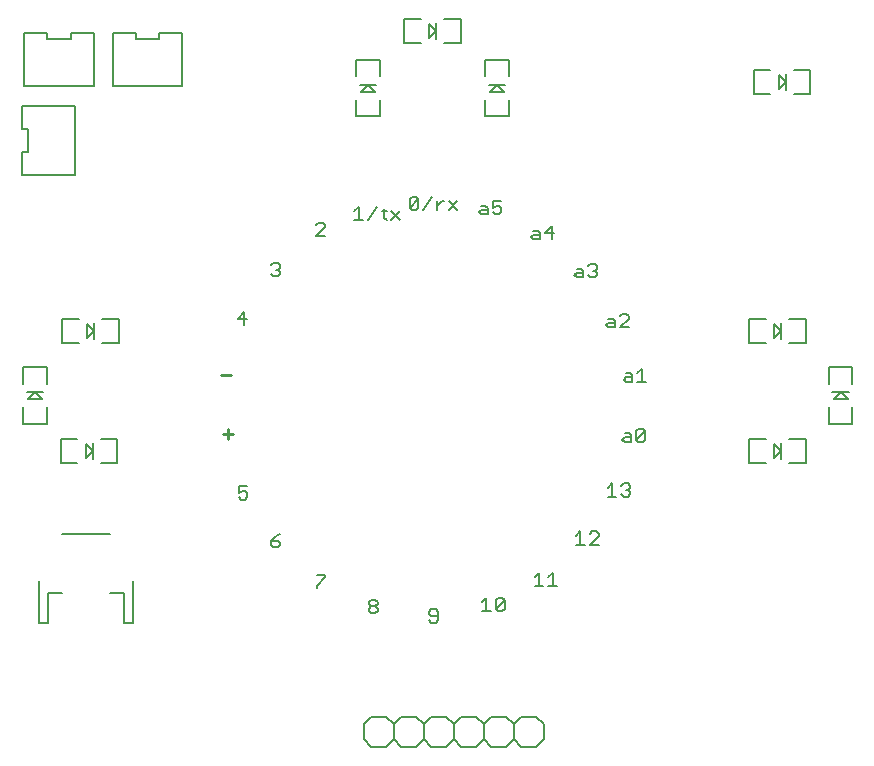
<source format=gto>
G75*
%MOIN*%
%OFA0B0*%
%FSLAX25Y25*%
%IPPOS*%
%LPD*%
%AMOC8*
5,1,8,0,0,1.08239X$1,22.5*
%
%ADD10C,0.00600*%
%ADD11C,0.00900*%
%ADD12C,0.00800*%
D10*
X0191328Y0169294D02*
X0192062Y0168560D01*
X0193529Y0168560D01*
X0194263Y0169294D01*
X0194263Y0170028D01*
X0193529Y0170762D01*
X0191328Y0170762D01*
X0191328Y0169294D01*
X0191328Y0170762D02*
X0192795Y0172230D01*
X0194263Y0172964D01*
X0182624Y0184422D02*
X0181156Y0184422D01*
X0180422Y0185156D01*
X0180422Y0186624D02*
X0181890Y0187358D01*
X0182624Y0187358D01*
X0183358Y0186624D01*
X0183358Y0185156D01*
X0182624Y0184422D01*
X0180422Y0186624D02*
X0180422Y0188826D01*
X0183358Y0188826D01*
X0206446Y0159302D02*
X0209382Y0159302D01*
X0209382Y0158568D01*
X0206446Y0155632D01*
X0206446Y0154898D01*
X0223887Y0150301D02*
X0223887Y0149567D01*
X0224621Y0148833D01*
X0226088Y0148833D01*
X0226822Y0148099D01*
X0226822Y0147365D01*
X0226088Y0146631D01*
X0224621Y0146631D01*
X0223887Y0147365D01*
X0223887Y0148099D01*
X0224621Y0148833D01*
X0226088Y0148833D02*
X0226822Y0149567D01*
X0226822Y0150301D01*
X0226088Y0151034D01*
X0224621Y0151034D01*
X0223887Y0150301D01*
X0243965Y0147112D02*
X0243965Y0146378D01*
X0244699Y0145644D01*
X0246901Y0145644D01*
X0246901Y0144176D02*
X0246901Y0147112D01*
X0246167Y0147845D01*
X0244699Y0147845D01*
X0243965Y0147112D01*
X0243965Y0144176D02*
X0244699Y0143442D01*
X0246167Y0143442D01*
X0246901Y0144176D01*
X0261603Y0147339D02*
X0264539Y0147339D01*
X0263071Y0147339D02*
X0263071Y0151743D01*
X0261603Y0150275D01*
X0266207Y0151009D02*
X0266207Y0148073D01*
X0269143Y0151009D01*
X0269143Y0148073D01*
X0268409Y0147339D01*
X0266941Y0147339D01*
X0266207Y0148073D01*
X0266207Y0151009D02*
X0266941Y0151743D01*
X0268409Y0151743D01*
X0269143Y0151009D01*
X0279123Y0155725D02*
X0282059Y0155725D01*
X0280591Y0155725D02*
X0280591Y0160129D01*
X0279123Y0158661D01*
X0283727Y0158661D02*
X0285195Y0160129D01*
X0285195Y0155725D01*
X0283727Y0155725D02*
X0286663Y0155725D01*
X0292902Y0169426D02*
X0295838Y0169426D01*
X0294370Y0169426D02*
X0294370Y0173830D01*
X0292902Y0172362D01*
X0297506Y0173096D02*
X0298240Y0173830D01*
X0299708Y0173830D01*
X0300442Y0173096D01*
X0300442Y0172362D01*
X0297506Y0169426D01*
X0300442Y0169426D01*
X0303422Y0185422D02*
X0306358Y0185422D01*
X0304890Y0185422D02*
X0304890Y0189826D01*
X0303422Y0188358D01*
X0308026Y0189092D02*
X0308760Y0189826D01*
X0310228Y0189826D01*
X0310962Y0189092D01*
X0310962Y0188358D01*
X0310228Y0187624D01*
X0310962Y0186890D01*
X0310962Y0186156D01*
X0310228Y0185422D01*
X0308760Y0185422D01*
X0308026Y0186156D01*
X0309494Y0187624D02*
X0310228Y0187624D01*
X0309148Y0203678D02*
X0308414Y0204412D01*
X0309148Y0205146D01*
X0311350Y0205146D01*
X0311350Y0205880D02*
X0311350Y0203678D01*
X0309148Y0203678D01*
X0309148Y0206614D02*
X0310616Y0206614D01*
X0311350Y0205880D01*
X0313018Y0207348D02*
X0313752Y0208082D01*
X0315220Y0208082D01*
X0315954Y0207348D01*
X0313018Y0204412D01*
X0313752Y0203678D01*
X0315220Y0203678D01*
X0315954Y0204412D01*
X0315954Y0207348D01*
X0313018Y0207348D02*
X0313018Y0204412D01*
X0313412Y0223717D02*
X0316348Y0223717D01*
X0314880Y0223717D02*
X0314880Y0228121D01*
X0313412Y0226653D01*
X0311744Y0225919D02*
X0311744Y0223717D01*
X0309542Y0223717D01*
X0308808Y0224451D01*
X0309542Y0225185D01*
X0311744Y0225185D01*
X0311744Y0225919D02*
X0311010Y0226653D01*
X0309542Y0226653D01*
X0310481Y0241828D02*
X0307546Y0241828D01*
X0310481Y0244763D01*
X0310481Y0245497D01*
X0309748Y0246231D01*
X0308280Y0246231D01*
X0307546Y0245497D01*
X0305878Y0244029D02*
X0305144Y0244763D01*
X0303676Y0244763D01*
X0303676Y0243295D02*
X0305878Y0243295D01*
X0305878Y0244029D02*
X0305878Y0241828D01*
X0303676Y0241828D01*
X0302942Y0242562D01*
X0303676Y0243295D01*
X0299196Y0258520D02*
X0297728Y0258520D01*
X0296994Y0259254D01*
X0295326Y0258520D02*
X0295326Y0260722D01*
X0294592Y0261456D01*
X0293125Y0261456D01*
X0293125Y0259988D02*
X0295326Y0259988D01*
X0295326Y0258520D02*
X0293125Y0258520D01*
X0292391Y0259254D01*
X0293125Y0259988D01*
X0296994Y0262190D02*
X0297728Y0262924D01*
X0299196Y0262924D01*
X0299930Y0262190D01*
X0299930Y0261456D01*
X0299196Y0260722D01*
X0299930Y0259988D01*
X0299930Y0259254D01*
X0299196Y0258520D01*
X0299196Y0260722D02*
X0298462Y0260722D01*
X0284787Y0271198D02*
X0284787Y0275601D01*
X0282585Y0273400D01*
X0285521Y0273400D01*
X0280917Y0273400D02*
X0280917Y0271198D01*
X0278715Y0271198D01*
X0277981Y0271932D01*
X0278715Y0272666D01*
X0280917Y0272666D01*
X0280917Y0273400D02*
X0280183Y0274133D01*
X0278715Y0274133D01*
X0268080Y0280239D02*
X0267346Y0279505D01*
X0265878Y0279505D01*
X0265144Y0280239D01*
X0265144Y0281707D02*
X0266612Y0282441D01*
X0267346Y0282441D01*
X0268080Y0281707D01*
X0268080Y0280239D01*
X0265144Y0281707D02*
X0265144Y0283908D01*
X0268080Y0283908D01*
X0263476Y0281707D02*
X0263476Y0279505D01*
X0261274Y0279505D01*
X0260540Y0280239D01*
X0261274Y0280973D01*
X0263476Y0280973D01*
X0263476Y0281707D02*
X0262742Y0282441D01*
X0261274Y0282441D01*
X0253402Y0283858D02*
X0250466Y0280922D01*
X0250466Y0283858D02*
X0253402Y0280922D01*
X0248832Y0283858D02*
X0248098Y0283858D01*
X0246630Y0282390D01*
X0246630Y0280922D02*
X0246630Y0283858D01*
X0244962Y0285326D02*
X0242026Y0280922D01*
X0240358Y0281656D02*
X0239624Y0280922D01*
X0238156Y0280922D01*
X0237422Y0281656D01*
X0240358Y0284592D01*
X0240358Y0281656D01*
X0240358Y0284592D02*
X0239624Y0285326D01*
X0238156Y0285326D01*
X0237422Y0284592D01*
X0237422Y0281656D01*
X0234296Y0280630D02*
X0231361Y0277694D01*
X0229759Y0277694D02*
X0229025Y0278428D01*
X0229025Y0281363D01*
X0228291Y0280630D02*
X0229759Y0280630D01*
X0231361Y0280630D02*
X0234296Y0277694D01*
X0226623Y0282097D02*
X0223687Y0277694D01*
X0222019Y0277694D02*
X0219083Y0277694D01*
X0220551Y0277694D02*
X0220551Y0282097D01*
X0219083Y0280630D01*
X0209224Y0275891D02*
X0208490Y0276625D01*
X0207022Y0276625D01*
X0206288Y0275891D01*
X0209224Y0275891D02*
X0209224Y0275157D01*
X0206288Y0272221D01*
X0209224Y0272221D01*
X0194263Y0262505D02*
X0194263Y0261771D01*
X0193529Y0261037D01*
X0194263Y0260303D01*
X0194263Y0259569D01*
X0193529Y0258835D01*
X0192062Y0258835D01*
X0191328Y0259569D01*
X0192795Y0261037D02*
X0193529Y0261037D01*
X0194263Y0262505D02*
X0193529Y0263239D01*
X0192062Y0263239D01*
X0191328Y0262505D01*
X0182388Y0246901D02*
X0180186Y0244699D01*
X0183122Y0244699D01*
X0182388Y0242497D02*
X0182388Y0246901D01*
D11*
X0177975Y0226124D02*
X0174572Y0226124D01*
X0176840Y0207963D02*
X0176840Y0204561D01*
X0175139Y0206262D02*
X0178542Y0206262D01*
D12*
X0117024Y0143406D02*
X0113874Y0143406D01*
X0113874Y0157185D01*
X0117024Y0153248D02*
X0121748Y0153248D01*
X0117024Y0153248D02*
X0117024Y0143406D01*
X0137496Y0153248D02*
X0142220Y0153248D01*
X0142220Y0143406D01*
X0145370Y0143406D01*
X0145370Y0157185D01*
X0137496Y0172933D02*
X0121748Y0172933D01*
X0121173Y0196685D02*
X0126685Y0196685D01*
X0129441Y0198260D02*
X0131803Y0200622D01*
X0129441Y0202984D01*
X0129441Y0198260D01*
X0131803Y0197866D02*
X0131803Y0200622D01*
X0131803Y0203378D01*
X0134559Y0204559D02*
X0140071Y0204559D01*
X0140071Y0196685D01*
X0134559Y0196685D01*
X0126685Y0204559D02*
X0121173Y0204559D01*
X0121173Y0196685D01*
X0116559Y0209673D02*
X0108685Y0209673D01*
X0108685Y0215185D01*
X0110260Y0217941D02*
X0114984Y0217941D01*
X0112622Y0220303D01*
X0110260Y0217941D01*
X0109866Y0220303D02*
X0112622Y0220303D01*
X0115378Y0220303D01*
X0116559Y0223059D02*
X0116559Y0228571D01*
X0108685Y0228571D01*
X0108685Y0223059D01*
X0116559Y0215185D02*
X0116559Y0209673D01*
X0121673Y0236685D02*
X0127185Y0236685D01*
X0129941Y0238260D02*
X0132303Y0240622D01*
X0129941Y0242984D01*
X0129941Y0238260D01*
X0132303Y0237866D02*
X0132303Y0240622D01*
X0132303Y0243378D01*
X0135059Y0244559D02*
X0140571Y0244559D01*
X0140571Y0236685D01*
X0135059Y0236685D01*
X0127185Y0244559D02*
X0121673Y0244559D01*
X0121673Y0236685D01*
X0125980Y0292508D02*
X0108264Y0292508D01*
X0108264Y0300185D01*
X0110232Y0300185D01*
X0110232Y0308059D01*
X0108264Y0308059D01*
X0108264Y0315736D01*
X0125980Y0315736D01*
X0125980Y0292508D01*
X0132236Y0322264D02*
X0109008Y0322264D01*
X0109008Y0339980D01*
X0116685Y0339980D01*
X0116685Y0338012D01*
X0124559Y0338012D01*
X0124559Y0339980D01*
X0132236Y0339980D01*
X0132236Y0322264D01*
X0138508Y0322264D02*
X0138508Y0339980D01*
X0146185Y0339980D01*
X0146185Y0338012D01*
X0154059Y0338012D01*
X0154059Y0339980D01*
X0161736Y0339980D01*
X0161736Y0322264D01*
X0138508Y0322264D01*
X0219685Y0325559D02*
X0219685Y0331071D01*
X0227559Y0331071D01*
X0227559Y0325559D01*
X0226378Y0322803D02*
X0223622Y0322803D01*
X0225984Y0320441D01*
X0221260Y0320441D01*
X0223622Y0322803D01*
X0220866Y0322803D01*
X0219685Y0317685D02*
X0219685Y0312173D01*
X0227559Y0312173D01*
X0227559Y0317685D01*
X0235673Y0336685D02*
X0241185Y0336685D01*
X0243941Y0338260D02*
X0246303Y0340622D01*
X0243941Y0342984D01*
X0243941Y0338260D01*
X0246303Y0337866D02*
X0246303Y0340622D01*
X0246303Y0343378D01*
X0249059Y0344559D02*
X0254571Y0344559D01*
X0254571Y0336685D01*
X0249059Y0336685D01*
X0241185Y0344559D02*
X0235673Y0344559D01*
X0235673Y0336685D01*
X0262685Y0331071D02*
X0262685Y0325559D01*
X0263866Y0322803D02*
X0266622Y0322803D01*
X0268984Y0320441D01*
X0264260Y0320441D01*
X0266622Y0322803D01*
X0269378Y0322803D01*
X0270559Y0325559D02*
X0270559Y0331071D01*
X0262685Y0331071D01*
X0262685Y0317685D02*
X0262685Y0312173D01*
X0270559Y0312173D01*
X0270559Y0317685D01*
X0352173Y0319685D02*
X0357685Y0319685D01*
X0360441Y0321260D02*
X0362803Y0323622D01*
X0360441Y0325984D01*
X0360441Y0321260D01*
X0362803Y0320866D02*
X0362803Y0323622D01*
X0362803Y0326378D01*
X0365559Y0327559D02*
X0371071Y0327559D01*
X0371071Y0319685D01*
X0365559Y0319685D01*
X0357685Y0327559D02*
X0352173Y0327559D01*
X0352173Y0319685D01*
X0350673Y0244559D02*
X0350673Y0236685D01*
X0356185Y0236685D01*
X0358941Y0238260D02*
X0361303Y0240622D01*
X0358941Y0242984D01*
X0358941Y0238260D01*
X0361303Y0237866D02*
X0361303Y0240622D01*
X0361303Y0243378D01*
X0364059Y0244559D02*
X0369571Y0244559D01*
X0369571Y0236685D01*
X0364059Y0236685D01*
X0356185Y0244559D02*
X0350673Y0244559D01*
X0377185Y0228571D02*
X0377185Y0223059D01*
X0378366Y0220303D02*
X0381122Y0220303D01*
X0383484Y0217941D01*
X0378760Y0217941D01*
X0381122Y0220303D01*
X0383878Y0220303D01*
X0385059Y0223059D02*
X0385059Y0228571D01*
X0377185Y0228571D01*
X0377185Y0215185D02*
X0377185Y0209673D01*
X0385059Y0209673D01*
X0385059Y0215185D01*
X0369571Y0204559D02*
X0369571Y0196685D01*
X0364059Y0196685D01*
X0361303Y0197866D02*
X0361303Y0200622D01*
X0358941Y0198260D01*
X0358941Y0202984D01*
X0361303Y0200622D01*
X0361303Y0203378D01*
X0364059Y0204559D02*
X0369571Y0204559D01*
X0356185Y0204559D02*
X0350673Y0204559D01*
X0350673Y0196685D01*
X0356185Y0196685D01*
X0279622Y0112122D02*
X0274622Y0112122D01*
X0272122Y0109622D01*
X0272122Y0104622D01*
X0269622Y0102122D01*
X0264622Y0102122D01*
X0262122Y0104622D01*
X0262122Y0109622D01*
X0264622Y0112122D01*
X0269622Y0112122D01*
X0272122Y0109622D01*
X0272122Y0104622D02*
X0274622Y0102122D01*
X0279622Y0102122D01*
X0282122Y0104622D01*
X0282122Y0109622D01*
X0279622Y0112122D01*
X0262122Y0109622D02*
X0259622Y0112122D01*
X0254622Y0112122D01*
X0252122Y0109622D01*
X0252122Y0104622D01*
X0249622Y0102122D01*
X0244622Y0102122D01*
X0242122Y0104622D01*
X0242122Y0109622D01*
X0244622Y0112122D01*
X0249622Y0112122D01*
X0252122Y0109622D01*
X0252122Y0104622D02*
X0254622Y0102122D01*
X0259622Y0102122D01*
X0262122Y0104622D01*
X0242122Y0104622D02*
X0239622Y0102122D01*
X0234622Y0102122D01*
X0232122Y0104622D01*
X0232122Y0109622D01*
X0234622Y0112122D01*
X0239622Y0112122D01*
X0242122Y0109622D01*
X0232122Y0109622D02*
X0229622Y0112122D01*
X0224622Y0112122D01*
X0222122Y0109622D01*
X0222122Y0104622D01*
X0224622Y0102122D01*
X0229622Y0102122D01*
X0232122Y0104622D01*
M02*

</source>
